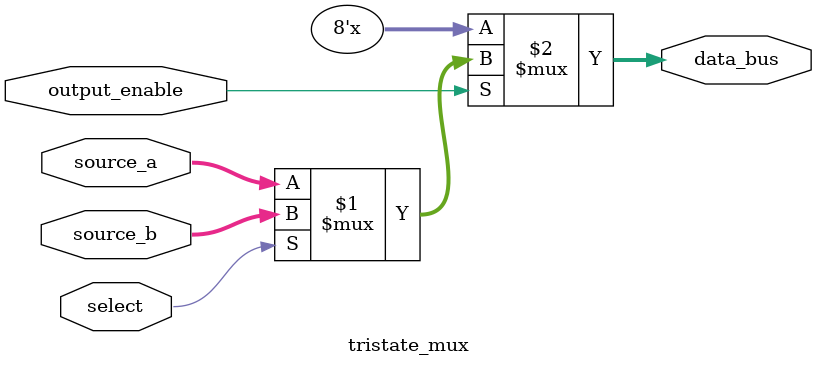
<source format=sv>
module tristate_mux (
    input wire [7:0] source_a, source_b, // Data sources
    input wire select,            // Selection control
    input wire output_enable,     // Output enable
    output wire [7:0] data_bus    // Tristate output bus
);
    assign data_bus = output_enable ? (select ? source_b : source_a) : 8'bz;
endmodule
</source>
